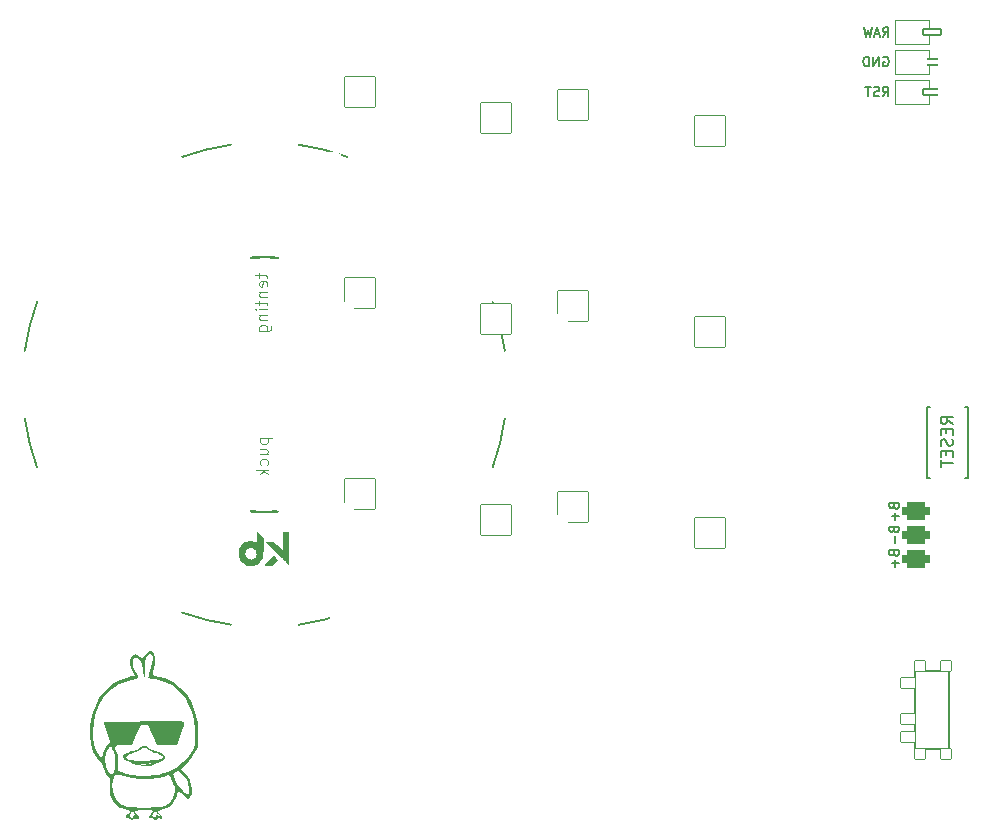
<source format=gbo>
%TF.GenerationSoftware,KiCad,Pcbnew,(6.0.4-0)*%
%TF.CreationDate,2022-06-13T07:49:06+02:00*%
%TF.ProjectId,konafa,6b6f6e61-6661-42e6-9b69-6361645f7063,v1.0.0*%
%TF.SameCoordinates,Original*%
%TF.FileFunction,Legend,Bot*%
%TF.FilePolarity,Positive*%
%FSLAX46Y46*%
G04 Gerber Fmt 4.6, Leading zero omitted, Abs format (unit mm)*
G04 Created by KiCad (PCBNEW (6.0.4-0)) date 2022-06-13 07:49:06*
%MOMM*%
%LPD*%
G01*
G04 APERTURE LIST*
G04 Aperture macros list*
%AMRoundRect*
0 Rectangle with rounded corners*
0 $1 Rounding radius*
0 $2 $3 $4 $5 $6 $7 $8 $9 X,Y pos of 4 corners*
0 Add a 4 corners polygon primitive as box body*
4,1,4,$2,$3,$4,$5,$6,$7,$8,$9,$2,$3,0*
0 Add four circle primitives for the rounded corners*
1,1,$1+$1,$2,$3*
1,1,$1+$1,$4,$5*
1,1,$1+$1,$6,$7*
1,1,$1+$1,$8,$9*
0 Add four rect primitives between the rounded corners*
20,1,$1+$1,$2,$3,$4,$5,0*
20,1,$1+$1,$4,$5,$6,$7,0*
20,1,$1+$1,$6,$7,$8,$9,0*
20,1,$1+$1,$8,$9,$2,$3,0*%
%AMFreePoly0*
4,1,16,0.535355,0.785355,0.550000,0.750000,0.550000,-0.750000,0.535355,-0.785355,0.500000,-0.800000,-0.500000,-0.800000,-0.535355,-0.785355,-0.541603,-0.777735,-1.041603,-0.027735,-1.049029,0.009806,-1.041603,0.027735,-0.541603,0.777735,-0.509806,0.799029,-0.500000,0.800000,0.500000,0.800000,0.535355,0.785355,0.535355,0.785355,$1*%
%AMFreePoly1*
4,1,16,0.685355,0.785355,0.700000,0.750000,0.691603,0.722265,0.210093,0.000000,0.691603,-0.722265,0.699029,-0.759806,0.677735,-0.791603,0.650000,-0.800000,-0.500000,-0.800000,-0.535355,-0.785355,-0.550000,-0.750000,-0.550000,0.750000,-0.535355,0.785355,-0.500000,0.800000,0.650000,0.800000,0.685355,0.785355,0.685355,0.785355,$1*%
G04 Aperture macros list end*
%ADD10C,0.150000*%
%ADD11C,0.100000*%
%ADD12C,0.120000*%
%ADD13C,0.200000*%
%ADD14C,0.010000*%
%ADD15RoundRect,0.375000X-0.750000X0.375000X-0.750000X-0.375000X0.750000X-0.375000X0.750000X0.375000X0*%
%ADD16C,1.752600*%
%ADD17C,3.529000*%
%ADD18C,1.801800*%
%ADD19C,3.100000*%
%ADD20RoundRect,0.050000X-1.300000X-1.300000X1.300000X-1.300000X1.300000X1.300000X-1.300000X1.300000X0*%
%ADD21C,2.132000*%
%ADD22C,2.100000*%
%ADD23RoundRect,0.050000X-1.054507X-1.505993X1.505993X-1.054507X1.054507X1.505993X-1.505993X1.054507X0*%
%ADD24RoundRect,0.050000X-1.181751X-1.408356X1.408356X-1.181751X1.181751X1.408356X-1.408356X1.181751X0*%
%ADD25RoundRect,0.050000X-0.625000X0.450000X-0.625000X-0.450000X0.625000X-0.450000X0.625000X0.450000X0*%
%ADD26C,1.100000*%
%ADD27RoundRect,0.050000X-0.450000X0.450000X-0.450000X-0.450000X0.450000X-0.450000X0.450000X0.450000X0*%
%ADD28RoundRect,0.050000X-1.692328X-0.718350X0.718350X-1.692328X1.692328X0.718350X-0.718350X1.692328X0*%
%ADD29RoundRect,0.425000X-0.750000X0.375000X-0.750000X-0.375000X0.750000X-0.375000X0.750000X0.375000X0*%
%ADD30RoundRect,0.050000X-0.863113X-1.623279X1.623279X-0.863113X0.863113X1.623279X-1.623279X0.863113X0*%
%ADD31RoundRect,0.050000X-1.448740X-1.131880X1.131880X-1.448740X1.448740X1.131880X-1.131880X1.448740X0*%
%ADD32C,1.852600*%
%ADD33FreePoly0,180.000000*%
%ADD34FreePoly1,180.000000*%
%ADD35RoundRect,0.050000X-0.762000X0.250000X-0.762000X-0.250000X0.762000X-0.250000X0.762000X0.250000X0*%
%ADD36C,4.500000*%
G04 APERTURE END LIST*
D10*
%TO.C,B1*%
X162359171Y83572634D02*
X161882981Y83905968D01*
X162359171Y84144063D02*
X161359171Y84144063D01*
X161359171Y83763111D01*
X161406791Y83667873D01*
X161454410Y83620254D01*
X161549648Y83572634D01*
X161692505Y83572634D01*
X161787743Y83620254D01*
X161835362Y83667873D01*
X161882981Y83763111D01*
X161882981Y84144063D01*
X161835362Y83144063D02*
X161835362Y82810730D01*
X162359171Y82667873D02*
X162359171Y83144063D01*
X161359171Y83144063D01*
X161359171Y82667873D01*
X162311552Y82286920D02*
X162359171Y82144063D01*
X162359171Y81905968D01*
X162311552Y81810730D01*
X162263933Y81763111D01*
X162168695Y81715492D01*
X162073457Y81715492D01*
X161978219Y81763111D01*
X161930600Y81810730D01*
X161882981Y81905968D01*
X161835362Y82096444D01*
X161787743Y82191682D01*
X161740124Y82239301D01*
X161644886Y82286920D01*
X161549648Y82286920D01*
X161454410Y82239301D01*
X161406791Y82191682D01*
X161359171Y82096444D01*
X161359171Y81858349D01*
X161406791Y81715492D01*
X161835362Y81286920D02*
X161835362Y80953587D01*
X162359171Y80810730D02*
X162359171Y81286920D01*
X161359171Y81286920D01*
X161359171Y80810730D01*
X161359171Y80525015D02*
X161359171Y79953587D01*
X162359171Y80239301D02*
X161359171Y80239301D01*
%TO.C,PAD1*%
X157382648Y74600349D02*
X157420743Y74486063D01*
X157458838Y74447968D01*
X157535029Y74409873D01*
X157649314Y74409873D01*
X157725505Y74447968D01*
X157763600Y74486063D01*
X157801695Y74562254D01*
X157801695Y74867015D01*
X157001695Y74867015D01*
X157001695Y74600349D01*
X157039791Y74524158D01*
X157077886Y74486063D01*
X157154076Y74447968D01*
X157230267Y74447968D01*
X157306457Y74486063D01*
X157344552Y74524158D01*
X157382648Y74600349D01*
X157382648Y74867015D01*
X157496933Y74067015D02*
X157496933Y73457492D01*
X157382648Y76600349D02*
X157420743Y76486063D01*
X157458838Y76447968D01*
X157535029Y76409873D01*
X157649314Y76409873D01*
X157725505Y76447968D01*
X157763600Y76486063D01*
X157801695Y76562254D01*
X157801695Y76867015D01*
X157001695Y76867015D01*
X157001695Y76600349D01*
X157039791Y76524158D01*
X157077886Y76486063D01*
X157154076Y76447968D01*
X157230267Y76447968D01*
X157306457Y76486063D01*
X157344552Y76524158D01*
X157382648Y76600349D01*
X157382648Y76867015D01*
X157496933Y76067015D02*
X157496933Y75457492D01*
X157801695Y75762254D02*
X157192171Y75762254D01*
X157382648Y72600349D02*
X157420743Y72486063D01*
X157458838Y72447968D01*
X157535029Y72409873D01*
X157649314Y72409873D01*
X157725505Y72447968D01*
X157763600Y72486063D01*
X157801695Y72562254D01*
X157801695Y72867015D01*
X157001695Y72867015D01*
X157001695Y72600349D01*
X157039791Y72524158D01*
X157077886Y72486063D01*
X157154076Y72447968D01*
X157230267Y72447968D01*
X157306457Y72486063D01*
X157344552Y72524158D01*
X157382648Y72600349D01*
X157382648Y72867015D01*
X157496933Y72067015D02*
X157496933Y71457492D01*
X157801695Y71762254D02*
X157192171Y71762254D01*
%TO.C,MCU1*%
X156481677Y114607313D02*
X156557868Y114645408D01*
X156672154Y114645408D01*
X156786439Y114607313D01*
X156862630Y114531122D01*
X156900725Y114454932D01*
X156938820Y114302551D01*
X156938820Y114188265D01*
X156900725Y114035884D01*
X156862630Y113959693D01*
X156786439Y113883503D01*
X156672154Y113845408D01*
X156595963Y113845408D01*
X156481677Y113883503D01*
X156443582Y113921598D01*
X156443582Y114188265D01*
X156595963Y114188265D01*
X156100725Y113845408D02*
X156100725Y114645408D01*
X155643582Y113845408D01*
X155643582Y114645408D01*
X155262630Y113845408D02*
X155262630Y114645408D01*
X155072154Y114645408D01*
X154957868Y114607313D01*
X154881677Y114531122D01*
X154843582Y114454932D01*
X154805487Y114302551D01*
X154805487Y114188265D01*
X154843582Y114035884D01*
X154881677Y113959693D01*
X154957868Y113883503D01*
X155072154Y113845408D01*
X155262630Y113845408D01*
X156424534Y111305408D02*
X156691200Y111686360D01*
X156881677Y111305408D02*
X156881677Y112105408D01*
X156576915Y112105408D01*
X156500724Y112067313D01*
X156462629Y112029217D01*
X156424534Y111953027D01*
X156424534Y111838741D01*
X156462629Y111762551D01*
X156500724Y111724455D01*
X156576915Y111686360D01*
X156881677Y111686360D01*
X156119772Y111343503D02*
X156005486Y111305408D01*
X155815010Y111305408D01*
X155738819Y111343503D01*
X155700724Y111381598D01*
X155662629Y111457789D01*
X155662629Y111533979D01*
X155700724Y111610170D01*
X155738819Y111648265D01*
X155815010Y111686360D01*
X155967391Y111724455D01*
X156043581Y111762551D01*
X156081677Y111800646D01*
X156119772Y111876836D01*
X156119772Y111953027D01*
X156081677Y112029217D01*
X156043581Y112067313D01*
X155967391Y112105408D01*
X155776915Y112105408D01*
X155662629Y112067313D01*
X155434058Y112105408D02*
X154976915Y112105408D01*
X155205486Y111305408D02*
X155205486Y112105408D01*
X156461797Y116342976D02*
X156728464Y116723928D01*
X156918940Y116342976D02*
X156918940Y117142976D01*
X156614178Y117142976D01*
X156537988Y117104881D01*
X156499893Y117066785D01*
X156461797Y116990595D01*
X156461797Y116876309D01*
X156499893Y116800119D01*
X156537988Y116762023D01*
X156614178Y116723928D01*
X156918940Y116723928D01*
X156157036Y116571547D02*
X155776083Y116571547D01*
X156233226Y116342976D02*
X155966559Y117142976D01*
X155699893Y116342976D01*
X155509417Y117142976D02*
X155318940Y116342976D01*
X155166559Y116914404D01*
X155014178Y116342976D01*
X154823702Y117142976D01*
D11*
%TO.C,REF\u002A\u002A*%
X103653505Y96315754D02*
X103653505Y95934801D01*
X103320171Y96172896D02*
X104177314Y96172896D01*
X104272552Y96125277D01*
X104320171Y96030039D01*
X104320171Y95934801D01*
X104272552Y95220515D02*
X104320171Y95315754D01*
X104320171Y95506230D01*
X104272552Y95601468D01*
X104177314Y95649087D01*
X103796362Y95649087D01*
X103701124Y95601468D01*
X103653505Y95506230D01*
X103653505Y95315754D01*
X103701124Y95220515D01*
X103796362Y95172896D01*
X103891600Y95172896D01*
X103986838Y95649087D01*
X103653505Y94744325D02*
X104320171Y94744325D01*
X103748743Y94744325D02*
X103701124Y94696706D01*
X103653505Y94601468D01*
X103653505Y94458611D01*
X103701124Y94363373D01*
X103796362Y94315754D01*
X104320171Y94315754D01*
X103653505Y93982420D02*
X103653505Y93601468D01*
X103320171Y93839563D02*
X104177314Y93839563D01*
X104272552Y93791944D01*
X104320171Y93696706D01*
X104320171Y93601468D01*
X104320171Y93268134D02*
X103653505Y93268134D01*
X103320171Y93268134D02*
X103367791Y93315754D01*
X103415410Y93268134D01*
X103367791Y93220515D01*
X103320171Y93268134D01*
X103415410Y93268134D01*
X103653505Y92791944D02*
X104320171Y92791944D01*
X103748743Y92791944D02*
X103701124Y92744325D01*
X103653505Y92649087D01*
X103653505Y92506230D01*
X103701124Y92410992D01*
X103796362Y92363373D01*
X104320171Y92363373D01*
X103653505Y91458611D02*
X104463029Y91458611D01*
X104558267Y91506230D01*
X104605886Y91553849D01*
X104653505Y91649087D01*
X104653505Y91791944D01*
X104605886Y91887182D01*
X104272552Y91458611D02*
X104320171Y91553849D01*
X104320171Y91744325D01*
X104272552Y91839563D01*
X104224933Y91887182D01*
X104129695Y91934801D01*
X103843981Y91934801D01*
X103748743Y91887182D01*
X103701124Y91839563D01*
X103653505Y91744325D01*
X103653505Y91553849D01*
X103701124Y91458611D01*
X103717005Y82361754D02*
X104717005Y82361754D01*
X103764624Y82361754D02*
X103717005Y82266515D01*
X103717005Y82076039D01*
X103764624Y81980801D01*
X103812243Y81933182D01*
X103907481Y81885563D01*
X104193195Y81885563D01*
X104288433Y81933182D01*
X104336052Y81980801D01*
X104383671Y82076039D01*
X104383671Y82266515D01*
X104336052Y82361754D01*
X103717005Y81028420D02*
X104383671Y81028420D01*
X103717005Y81456992D02*
X104240814Y81456992D01*
X104336052Y81409373D01*
X104383671Y81314134D01*
X104383671Y81171277D01*
X104336052Y81076039D01*
X104288433Y81028420D01*
X104336052Y80123658D02*
X104383671Y80218896D01*
X104383671Y80409373D01*
X104336052Y80504611D01*
X104288433Y80552230D01*
X104193195Y80599849D01*
X103907481Y80599849D01*
X103812243Y80552230D01*
X103764624Y80504611D01*
X103717005Y80409373D01*
X103717005Y80218896D01*
X103764624Y80123658D01*
X104383671Y79695087D02*
X103383671Y79695087D01*
X104002719Y79599849D02*
X104383671Y79314134D01*
X103717005Y79314134D02*
X104097957Y79695087D01*
D10*
%TO.C,B1*%
X163656791Y78993254D02*
X163406791Y78993254D01*
X163656791Y84993254D02*
X163656791Y78993254D01*
X160156791Y84993254D02*
X160406791Y84993254D01*
X160406791Y78993254D02*
X160156791Y78993254D01*
X160156791Y78993254D02*
X160156791Y84993254D01*
X163406791Y84993254D02*
X163656791Y84993254D01*
%TO.C,T2*%
X162029791Y59352254D02*
X162029791Y56052254D01*
X162029791Y59352254D02*
X162029791Y62652254D01*
X159179791Y62652254D02*
X159179791Y56052254D01*
X162029791Y62652254D02*
X159179791Y62652254D01*
X159179791Y56052254D02*
X162029791Y56052254D01*
X162029791Y57402254D02*
X162029791Y61302254D01*
D12*
%TO.C,MCU1*%
X157518690Y115739254D02*
X160318690Y115739254D01*
X157518690Y113199254D02*
X160318690Y113199254D01*
X157518690Y115199254D02*
X157518690Y113199254D01*
X160318690Y113199254D02*
X160318690Y113869254D01*
X160318690Y117069254D02*
X160318690Y117739254D01*
X160318690Y112659254D02*
X157518690Y112659254D01*
X160318690Y115199254D02*
X157518690Y115199254D01*
X157518690Y112659254D02*
X157518690Y110659254D01*
X160318690Y115739254D02*
X160318690Y116419254D01*
X157518690Y110659254D02*
X160318690Y110659254D01*
X160318690Y111994254D02*
X160318690Y112659254D01*
X157518690Y117739254D02*
X157518690Y115739254D01*
X160318690Y117739254D02*
X157518690Y117739254D01*
X160318690Y110659254D02*
X160318690Y111319254D01*
X160318690Y114519254D02*
X160318690Y115199254D01*
D13*
%TO.C,REF\u002A\u002A*%
X104121791Y76099253D02*
G75*
G03*
X105250176Y76158390I0J10794901D01*
G01*
X104040255Y97716195D02*
G75*
G03*
X102911870Y97657059I-6J-10794921D01*
G01*
X84835656Y93902298D02*
G75*
G03*
X83801791Y89751754I19286255J-7008074D01*
G01*
X105250176Y97630117D02*
G75*
G03*
X104121791Y97689254I-1128385J-10735763D01*
G01*
X102993406Y76158390D02*
G75*
G03*
X104121791Y76099254I1128379J10735785D01*
G01*
X111129840Y106180387D02*
G75*
G03*
X106979291Y107214254I-7008049J-19286133D01*
G01*
X123407925Y79886206D02*
G75*
G03*
X124441791Y84036754I-19286134J7008048D01*
G01*
X105168640Y97657059D02*
G75*
G03*
X104040255Y97716195I-1128379J-10735785D01*
G01*
X97113746Y67608119D02*
G75*
G03*
X101264291Y66574254I7008045J19286135D01*
G01*
X106979291Y66574254D02*
G75*
G03*
X111129836Y67608119I-2857506J20320019D01*
G01*
X83801790Y84036754D02*
G75*
G03*
X84835656Y79886208I20320001J2857500D01*
G01*
X101264291Y107214255D02*
G75*
G03*
X97113745Y106180389I2857500J-20320001D01*
G01*
X104040255Y76126195D02*
G75*
G03*
X105168640Y76185331I6J10794921D01*
G01*
X102911870Y76185331D02*
G75*
G03*
X104040255Y76126195I1128379J10735785D01*
G01*
X124441791Y89751754D02*
G75*
G03*
X123407925Y93902302I-20320000J-2857500D01*
G01*
X104121791Y97689254D02*
G75*
G03*
X102993406Y97630118I-6J-10794921D01*
G01*
G36*
X106121207Y71694839D02*
G01*
X106030363Y71787115D01*
X106016582Y71801111D01*
X105984721Y71833464D01*
X105938774Y71880118D01*
X105879958Y71939836D01*
X105809491Y72011381D01*
X105728592Y72093518D01*
X105638477Y72185011D01*
X105540365Y72284622D01*
X105435473Y72391115D01*
X105325019Y72503255D01*
X105210220Y72619804D01*
X105092295Y72739527D01*
X104245071Y73599664D01*
X104533439Y73602757D01*
X104821807Y73605851D01*
X105624753Y72803151D01*
X105624753Y74436709D01*
X106121207Y74436709D01*
X106121207Y71694839D01*
G37*
D14*
X106121207Y71694839D02*
X106030363Y71787115D01*
X106016582Y71801111D01*
X105984721Y71833464D01*
X105938774Y71880118D01*
X105879958Y71939836D01*
X105809491Y72011381D01*
X105728592Y72093518D01*
X105638477Y72185011D01*
X105540365Y72284622D01*
X105435473Y72391115D01*
X105325019Y72503255D01*
X105210220Y72619804D01*
X105092295Y72739527D01*
X104245071Y73599664D01*
X104533439Y73602757D01*
X104821807Y73605851D01*
X105624753Y72803151D01*
X105624753Y74436709D01*
X106121207Y74436709D01*
X106121207Y71694839D01*
G36*
X103917972Y72490831D02*
G01*
X103915359Y72462436D01*
X103906490Y72415986D01*
X103868937Y72288826D01*
X103813771Y72162963D01*
X103744079Y72044781D01*
X103662948Y71940661D01*
X103654554Y71931495D01*
X103546242Y71831169D01*
X103423822Y71747172D01*
X103290649Y71681193D01*
X103150081Y71634918D01*
X103005473Y71610037D01*
X102905227Y71605554D01*
X102756806Y71616953D01*
X102613387Y71649206D01*
X102477151Y71701229D01*
X102350276Y71771943D01*
X102234943Y71860265D01*
X102133330Y71965114D01*
X102047618Y72085407D01*
X101990363Y72192326D01*
X101937218Y72331562D01*
X101905862Y72476126D01*
X101899358Y72572490D01*
X102394597Y72572490D01*
X102394879Y72567200D01*
X102399197Y72511897D01*
X102406554Y72469605D01*
X102419199Y72430997D01*
X102439380Y72386751D01*
X102460868Y72348424D01*
X102502353Y72289630D01*
X102550410Y72234174D01*
X102599733Y72187980D01*
X102645019Y72156976D01*
X102661186Y72149200D01*
X102702091Y72131840D01*
X102745088Y72115754D01*
X102817915Y72096466D01*
X102921616Y72087945D01*
X103023157Y72100739D01*
X103119943Y72133871D01*
X103209375Y72186364D01*
X103288856Y72257241D01*
X103355790Y72345524D01*
X103384444Y72399669D01*
X103414876Y72493688D01*
X103425448Y72591237D01*
X103417142Y72689185D01*
X103390940Y72784398D01*
X103347827Y72873745D01*
X103288784Y72954091D01*
X103214794Y73022305D01*
X103126842Y73075254D01*
X103112839Y73081540D01*
X103014493Y73112165D01*
X102913141Y73122347D01*
X102812237Y73113027D01*
X102715238Y73085149D01*
X102625602Y73039653D01*
X102546785Y72977483D01*
X102482243Y72899579D01*
X102464473Y72871050D01*
X102420821Y72777627D01*
X102397965Y72679735D01*
X102394597Y72572490D01*
X101899358Y72572490D01*
X101895571Y72628604D01*
X101899132Y72718274D01*
X101921813Y72868553D01*
X101964565Y73010522D01*
X102026375Y73142507D01*
X102106233Y73262832D01*
X102203127Y73369821D01*
X102316047Y73461801D01*
X102443980Y73537094D01*
X102513831Y73569733D01*
X102588969Y73598950D01*
X102660621Y73618442D01*
X102737104Y73630379D01*
X102826739Y73636931D01*
X102844551Y73637599D01*
X102983752Y73631161D01*
X103114135Y73603485D01*
X103236351Y73554381D01*
X103351048Y73483659D01*
X103375182Y73466457D01*
X103400028Y73450114D01*
X103412459Y73443800D01*
X103413367Y73447830D01*
X103414816Y73471637D01*
X103416143Y73514760D01*
X103417312Y73574835D01*
X103418288Y73649497D01*
X103419038Y73736383D01*
X103419527Y73833128D01*
X103419719Y73937368D01*
X103419867Y74430936D01*
X103927571Y73920910D01*
X103927484Y73229196D01*
X103927481Y73217460D01*
X103927220Y73066986D01*
X103926556Y72929714D01*
X103925512Y72807058D01*
X103924109Y72700429D01*
X103922370Y72611240D01*
X103921786Y72591237D01*
X103920317Y72540903D01*
X103917972Y72490831D01*
G37*
X103917972Y72490831D02*
X103915359Y72462436D01*
X103906490Y72415986D01*
X103868937Y72288826D01*
X103813771Y72162963D01*
X103744079Y72044781D01*
X103662948Y71940661D01*
X103654554Y71931495D01*
X103546242Y71831169D01*
X103423822Y71747172D01*
X103290649Y71681193D01*
X103150081Y71634918D01*
X103005473Y71610037D01*
X102905227Y71605554D01*
X102756806Y71616953D01*
X102613387Y71649206D01*
X102477151Y71701229D01*
X102350276Y71771943D01*
X102234943Y71860265D01*
X102133330Y71965114D01*
X102047618Y72085407D01*
X101990363Y72192326D01*
X101937218Y72331562D01*
X101905862Y72476126D01*
X101899358Y72572490D01*
X102394597Y72572490D01*
X102394879Y72567200D01*
X102399197Y72511897D01*
X102406554Y72469605D01*
X102419199Y72430997D01*
X102439380Y72386751D01*
X102460868Y72348424D01*
X102502353Y72289630D01*
X102550410Y72234174D01*
X102599733Y72187980D01*
X102645019Y72156976D01*
X102661186Y72149200D01*
X102702091Y72131840D01*
X102745088Y72115754D01*
X102817915Y72096466D01*
X102921616Y72087945D01*
X103023157Y72100739D01*
X103119943Y72133871D01*
X103209375Y72186364D01*
X103288856Y72257241D01*
X103355790Y72345524D01*
X103384444Y72399669D01*
X103414876Y72493688D01*
X103425448Y72591237D01*
X103417142Y72689185D01*
X103390940Y72784398D01*
X103347827Y72873745D01*
X103288784Y72954091D01*
X103214794Y73022305D01*
X103126842Y73075254D01*
X103112839Y73081540D01*
X103014493Y73112165D01*
X102913141Y73122347D01*
X102812237Y73113027D01*
X102715238Y73085149D01*
X102625602Y73039653D01*
X102546785Y72977483D01*
X102482243Y72899579D01*
X102464473Y72871050D01*
X102420821Y72777627D01*
X102397965Y72679735D01*
X102394597Y72572490D01*
X101899358Y72572490D01*
X101895571Y72628604D01*
X101899132Y72718274D01*
X101921813Y72868553D01*
X101964565Y73010522D01*
X102026375Y73142507D01*
X102106233Y73262832D01*
X102203127Y73369821D01*
X102316047Y73461801D01*
X102443980Y73537094D01*
X102513831Y73569733D01*
X102588969Y73598950D01*
X102660621Y73618442D01*
X102737104Y73630379D01*
X102826739Y73636931D01*
X102844551Y73637599D01*
X102983752Y73631161D01*
X103114135Y73603485D01*
X103236351Y73554381D01*
X103351048Y73483659D01*
X103375182Y73466457D01*
X103400028Y73450114D01*
X103412459Y73443800D01*
X103413367Y73447830D01*
X103414816Y73471637D01*
X103416143Y73514760D01*
X103417312Y73574835D01*
X103418288Y73649497D01*
X103419038Y73736383D01*
X103419527Y73833128D01*
X103419719Y73937368D01*
X103419867Y74430936D01*
X103927571Y73920910D01*
X103927484Y73229196D01*
X103927481Y73217460D01*
X103927220Y73066986D01*
X103926556Y72929714D01*
X103925512Y72807058D01*
X103924109Y72700429D01*
X103922370Y72611240D01*
X103921786Y72591237D01*
X103920317Y72540903D01*
X103917972Y72490831D01*
G36*
X104827439Y72404526D02*
G01*
X104839668Y72394478D01*
X104865150Y72370858D01*
X104901297Y72336145D01*
X104945521Y72292820D01*
X104995234Y72243365D01*
X105156269Y72082021D01*
X105122387Y72044206D01*
X105119210Y72040714D01*
X105097342Y72017505D01*
X105062996Y71981759D01*
X105019180Y71936579D01*
X104968897Y71885066D01*
X104915155Y71830323D01*
X104741805Y71654254D01*
X104121791Y71654254D01*
X104150092Y71687889D01*
X104152385Y71690580D01*
X104173053Y71713809D01*
X104205811Y71749649D01*
X104248671Y71795994D01*
X104299643Y71850737D01*
X104356739Y71911772D01*
X104417969Y71976991D01*
X104481344Y72044289D01*
X104544877Y72111559D01*
X104606576Y72176694D01*
X104664455Y72237588D01*
X104716522Y72292134D01*
X104760791Y72338226D01*
X104795270Y72373757D01*
X104817973Y72396620D01*
X104826908Y72404709D01*
X104827439Y72404526D01*
G37*
X104827439Y72404526D02*
X104839668Y72394478D01*
X104865150Y72370858D01*
X104901297Y72336145D01*
X104945521Y72292820D01*
X104995234Y72243365D01*
X105156269Y72082021D01*
X105122387Y72044206D01*
X105119210Y72040714D01*
X105097342Y72017505D01*
X105062996Y71981759D01*
X105019180Y71936579D01*
X104968897Y71885066D01*
X104915155Y71830323D01*
X104741805Y71654254D01*
X104121791Y71654254D01*
X104150092Y71687889D01*
X104152385Y71690580D01*
X104173053Y71713809D01*
X104205811Y71749649D01*
X104248671Y71795994D01*
X104299643Y71850737D01*
X104356739Y71911772D01*
X104417969Y71976991D01*
X104481344Y72044289D01*
X104544877Y72111559D01*
X104606576Y72176694D01*
X104664455Y72237588D01*
X104716522Y72292134D01*
X104760791Y72338226D01*
X104795270Y72373757D01*
X104817973Y72396620D01*
X104826908Y72404709D01*
X104827439Y72404526D01*
%TO.C,G\u002A\u002A\u002A*%
G36*
X94630151Y54707570D02*
G01*
X94396858Y54643258D01*
X94146747Y54624050D01*
X93810667Y54635225D01*
X93526219Y54656367D01*
X93256312Y54699910D01*
X93120476Y54741218D01*
X93661943Y54741218D01*
X93712212Y54724332D01*
X93895333Y54717727D01*
X94019582Y54720197D01*
X94125956Y54733481D01*
X94085833Y54754419D01*
X93951551Y54768426D01*
X93704833Y54754419D01*
X93661943Y54741218D01*
X93120476Y54741218D01*
X92994058Y54779662D01*
X92876275Y54830486D01*
X94341597Y54830486D01*
X94342908Y54801584D01*
X94452722Y54786018D01*
X94535945Y54799576D01*
X94503875Y54837170D01*
X94454914Y54850698D01*
X94341597Y54830486D01*
X92876275Y54830486D01*
X92687996Y54911729D01*
X92286667Y55112217D01*
X92208282Y55183879D01*
X92132425Y55360900D01*
X92132991Y55368759D01*
X92339283Y55368759D01*
X92397983Y55253540D01*
X92625333Y55143946D01*
X92847118Y55090411D01*
X93223604Y55048327D01*
X93664575Y55034937D01*
X94131166Y55047895D01*
X94584513Y55084850D01*
X94985752Y55143456D01*
X95296017Y55221363D01*
X95476445Y55316223D01*
X95492870Y55337106D01*
X95467648Y55440963D01*
X95285368Y55554542D01*
X94955354Y55671486D01*
X94780003Y55729272D01*
X94492971Y55850367D01*
X94290142Y55968931D01*
X94063133Y56096450D01*
X93778078Y56113650D01*
X93516467Y55966671D01*
X93392165Y55880634D01*
X93135190Y55755590D01*
X92833677Y55645696D01*
X92725675Y55610865D01*
X92448694Y55488302D01*
X92339283Y55368759D01*
X92132991Y55368759D01*
X92140521Y55473243D01*
X92240681Y55587134D01*
X92471092Y55710227D01*
X92577253Y55755334D01*
X92833403Y55842614D01*
X93021004Y55878141D01*
X93048079Y55880318D01*
X93244595Y55951562D01*
X93456560Y56091667D01*
X93505819Y56131487D01*
X93779808Y56277658D01*
X94047205Y56267960D01*
X94345483Y56102867D01*
X94364727Y56089006D01*
X94645319Y55941058D01*
X94941455Y55852737D01*
X95061155Y55830092D01*
X95379092Y55717187D01*
X95594233Y55556210D01*
X95673333Y55369127D01*
X95669109Y55337106D01*
X95668339Y55331266D01*
X95588156Y55214183D01*
X95392697Y55076498D01*
X95059500Y54901081D01*
X94915777Y54831706D01*
X94841849Y54799576D01*
X94689770Y54733481D01*
X94630151Y54707570D01*
G37*
G36*
X97799442Y51985333D02*
G01*
X97620028Y51773667D01*
X97429847Y51994905D01*
X97238073Y52186204D01*
X97023991Y52353234D01*
X96808316Y52490324D01*
X96707046Y52111686D01*
X96629659Y51887333D01*
X96366231Y51462822D01*
X95994214Y51144981D01*
X95540861Y50960708D01*
X95290623Y50892245D01*
X95117737Y50798440D01*
X95105769Y50691711D01*
X95250000Y50565649D01*
X95352742Y50466672D01*
X95378027Y50400075D01*
X95419333Y50291283D01*
X95407101Y50168285D01*
X95337061Y50132079D01*
X95168231Y50205783D01*
X95044914Y50243962D01*
X94964787Y50163450D01*
X94913787Y50081950D01*
X94793044Y50046823D01*
X94691542Y50155644D01*
X94639140Y50215602D01*
X94482532Y50230436D01*
X94399061Y50222079D01*
X94322767Y50286006D01*
X94347863Y50399653D01*
X94516775Y50399653D01*
X94588529Y50406426D01*
X94675489Y50412391D01*
X94770055Y50308474D01*
X94782357Y50267625D01*
X94819397Y50234979D01*
X94870367Y50357285D01*
X94882796Y50393841D01*
X94950581Y50494172D01*
X95050721Y50451053D01*
X95122415Y50405425D01*
X95216964Y50400075D01*
X95205574Y50453346D01*
X95087918Y50542119D01*
X94978257Y50630734D01*
X94904649Y50781812D01*
X94890157Y50872713D01*
X94852119Y50800000D01*
X94777115Y50677619D01*
X94625970Y50516952D01*
X94578370Y50474588D01*
X94516775Y50399653D01*
X94347863Y50399653D01*
X94352613Y50421165D01*
X94488000Y50588333D01*
X94600721Y50708613D01*
X94657333Y50813122D01*
X94638058Y50829097D01*
X94491057Y50857605D01*
X94230892Y50877310D01*
X93895333Y50884667D01*
X93500743Y50875436D01*
X93243987Y50841712D01*
X93133063Y50776462D01*
X93156460Y50672668D01*
X93302667Y50523312D01*
X93412249Y50398914D01*
X93435969Y50339995D01*
X93472000Y50250496D01*
X93416192Y50147763D01*
X93289393Y50129312D01*
X93172536Y50212400D01*
X93114992Y50241809D01*
X93003905Y50148900D01*
X92993052Y50134460D01*
X92887871Y50046615D01*
X92783433Y50101500D01*
X92715286Y50151084D01*
X92523733Y50207333D01*
X92469490Y50213637D01*
X92380726Y50295190D01*
X92401931Y50411615D01*
X92582325Y50411615D01*
X92641196Y50409547D01*
X92727380Y50413538D01*
X92813434Y50308474D01*
X92825393Y50257281D01*
X92862678Y50220838D01*
X92937544Y50330334D01*
X92972231Y50386915D01*
X93058980Y50448307D01*
X93188640Y50375229D01*
X93250894Y50330200D01*
X93265299Y50339995D01*
X93165277Y50463896D01*
X93025462Y50647764D01*
X92939127Y50800000D01*
X92938865Y50800718D01*
X92900071Y50877530D01*
X92886018Y50789160D01*
X92832576Y50660603D01*
X92688833Y50509234D01*
X92669500Y50494616D01*
X92582325Y50411615D01*
X92401931Y50411615D01*
X92405276Y50429982D01*
X92540667Y50565649D01*
X92631006Y50631564D01*
X92701167Y50756732D01*
X92606699Y50856951D01*
X92350167Y50927352D01*
X92337828Y50929377D01*
X91861255Y51091629D01*
X91460784Y51391861D01*
X91171089Y51804285D01*
X91087814Y51998086D01*
X91023345Y52239840D01*
X90993408Y52536258D01*
X90988903Y52944280D01*
X90988860Y52981843D01*
X91209666Y52981843D01*
X91243855Y52458080D01*
X91403259Y51986486D01*
X91675834Y51597674D01*
X92049535Y51322256D01*
X92087740Y51303624D01*
X92276097Y51225150D01*
X92480546Y51170693D01*
X92739395Y51134516D01*
X93090955Y51110884D01*
X93573535Y51094059D01*
X94144697Y51085675D01*
X94763194Y51103676D01*
X95251581Y51160229D01*
X95630819Y51261432D01*
X95921870Y51413383D01*
X96145694Y51622178D01*
X96323254Y51893915D01*
X96424529Y52130475D01*
X96506471Y52510221D01*
X96495436Y52859890D01*
X96388576Y53125717D01*
X96373639Y53146821D01*
X96266099Y53356554D01*
X96176048Y53613628D01*
X96118673Y53792155D01*
X96046930Y53880658D01*
X95944947Y53858602D01*
X95924596Y53849158D01*
X95746335Y53789770D01*
X95464680Y53713483D01*
X95130784Y53634382D01*
X95065628Y53620603D01*
X94366584Y53533659D01*
X93602673Y53530520D01*
X92846225Y53608041D01*
X92169571Y53763080D01*
X91877909Y53846803D01*
X91618710Y53880246D01*
X91452449Y53816468D01*
X91344247Y53638916D01*
X91259226Y53331036D01*
X91209666Y52981843D01*
X90988860Y52981843D01*
X90988570Y53237704D01*
X90973264Y53515229D01*
X90937135Y53672581D01*
X90876186Y53737889D01*
X90832845Y53765392D01*
X90703348Y53921409D01*
X90570098Y54152370D01*
X90466010Y54396190D01*
X90424000Y54590787D01*
X90417492Y54631718D01*
X90326503Y54805426D01*
X90162447Y54996326D01*
X90006162Y55166417D01*
X90623034Y55166417D01*
X90677891Y54610457D01*
X90712798Y54490235D01*
X90833625Y54214049D01*
X90973471Y54018144D01*
X91171612Y53832000D01*
X91324621Y54065520D01*
X91331980Y54077211D01*
X91424587Y54337259D01*
X91472045Y54698011D01*
X91473874Y55100552D01*
X91429593Y55485965D01*
X91338723Y55795333D01*
X91324513Y55826852D01*
X91220312Y56070303D01*
X91146909Y56261000D01*
X91133108Y56298654D01*
X91086548Y56353984D01*
X91015508Y56294714D01*
X90892074Y56103603D01*
X90715494Y55709602D01*
X90623034Y55166417D01*
X90006162Y55166417D01*
X89931662Y55247498D01*
X89586687Y55808695D01*
X89368912Y56467274D01*
X89280310Y57211605D01*
X89291634Y57429453D01*
X89577333Y57429453D01*
X89591598Y56996053D01*
X89672256Y56449611D01*
X89836742Y55973902D01*
X90099358Y55516515D01*
X90311877Y55203765D01*
X90454579Y55717039D01*
X90512624Y55897483D01*
X90660243Y56225386D01*
X90822024Y56455054D01*
X91046766Y56679797D01*
X90767747Y57469373D01*
X90690937Y57692082D01*
X90594480Y57991971D01*
X90535123Y58204433D01*
X90523469Y58293691D01*
X90533327Y58296156D01*
X90669931Y58305891D01*
X90952109Y58317554D01*
X91361589Y58330639D01*
X91880102Y58344643D01*
X92489378Y58359060D01*
X93171145Y58373386D01*
X93907135Y58387118D01*
X94795177Y58401149D01*
X95579608Y58409805D01*
X96208620Y58411980D01*
X96689312Y58407606D01*
X97028786Y58396614D01*
X97234143Y58378938D01*
X97312483Y58354508D01*
X97307050Y58248229D01*
X97249196Y58017387D01*
X97148276Y57697411D01*
X97014266Y57322808D01*
X96659625Y56382404D01*
X95807568Y56406369D01*
X94955512Y56430333D01*
X94261764Y58123667D01*
X93601220Y58123667D01*
X93254393Y57277000D01*
X92907567Y56430333D01*
X92164569Y56405736D01*
X92121125Y56404380D01*
X91791435Y56396045D01*
X91586381Y56374134D01*
X91487795Y56308177D01*
X91477510Y56167705D01*
X91537359Y55922247D01*
X91649173Y55541333D01*
X91717659Y55233477D01*
X91720290Y55100552D01*
X91729460Y54637344D01*
X91676032Y54199020D01*
X92256516Y54013069D01*
X92381603Y53976360D01*
X92909152Y53870313D01*
X93513967Y53806463D01*
X94136441Y53787253D01*
X94716969Y53815128D01*
X95195943Y53892532D01*
X95246688Y53909326D01*
X96351494Y53909326D01*
X96390368Y53730301D01*
X96518490Y53441811D01*
X96708946Y53115634D01*
X96933603Y52799169D01*
X97164329Y52539817D01*
X97196620Y52510221D01*
X97369582Y52351693D01*
X97543381Y52209176D01*
X97635814Y52154667D01*
X97659990Y52167971D01*
X97696983Y52296558D01*
X97704551Y52522068D01*
X97685264Y52795410D01*
X97641694Y53067490D01*
X97576409Y53289213D01*
X97523846Y53397075D01*
X97350897Y53671777D01*
X97145022Y53932562D01*
X96977735Y54111678D01*
X96854785Y54204283D01*
X96744974Y54207257D01*
X96596613Y54140169D01*
X96584045Y54133534D01*
X96419054Y54015990D01*
X96351494Y53909326D01*
X95246688Y53909326D01*
X95885072Y54120600D01*
X96577636Y54472478D01*
X97178727Y54912535D01*
X97663451Y55422255D01*
X98006911Y55983122D01*
X98086050Y56163499D01*
X98172071Y56405438D01*
X98220933Y56648424D01*
X98242355Y56948489D01*
X98246059Y57361667D01*
X98233847Y57779333D01*
X98144551Y58506649D01*
X97955106Y59186223D01*
X97649351Y59886437D01*
X97444161Y60251778D01*
X96969924Y60864119D01*
X96392712Y61346115D01*
X95704860Y61703495D01*
X94898703Y61941985D01*
X94848022Y61952616D01*
X94556096Y62016566D01*
X94344460Y62067479D01*
X94255967Y62095145D01*
X94253630Y62102716D01*
X94279213Y62214187D01*
X94350757Y62407500D01*
X94426846Y62619207D01*
X94524172Y62978858D01*
X94595789Y63347712D01*
X94631429Y63669494D01*
X94620827Y63887926D01*
X94559249Y64018007D01*
X94397400Y64092667D01*
X94368545Y64090770D01*
X94202876Y63985839D01*
X94080976Y63726886D01*
X94005724Y63322946D01*
X93980000Y62783053D01*
X93973060Y62468386D01*
X93951015Y62210475D01*
X93920090Y62080986D01*
X93886732Y62089934D01*
X93857386Y62247336D01*
X93838501Y62563209D01*
X93811962Y62865990D01*
X93708895Y63278090D01*
X93543192Y63593086D01*
X93329296Y63776561D01*
X93236143Y63809953D01*
X93059528Y63789447D01*
X92955656Y63620138D01*
X92921667Y63298676D01*
X92969683Y62962479D01*
X93147334Y62640621D01*
X93284157Y62452524D01*
X93395912Y62237979D01*
X93371634Y62097781D01*
X93200337Y62003552D01*
X92871037Y61926916D01*
X92514894Y61842944D01*
X91790956Y61553262D01*
X91153053Y61128956D01*
X90610423Y60582637D01*
X90172300Y59926916D01*
X89847920Y59174405D01*
X89646519Y58337713D01*
X89577333Y57429453D01*
X89291634Y57429453D01*
X89322854Y58030057D01*
X89498516Y58910998D01*
X89714637Y59564422D01*
X90100594Y60336015D01*
X90591518Y60989912D01*
X91178665Y61516989D01*
X91853291Y61908122D01*
X92606652Y62154187D01*
X92820479Y62201611D01*
X93026705Y62250687D01*
X93116352Y62276777D01*
X93113828Y62297299D01*
X93049179Y62420230D01*
X92925852Y62612889D01*
X92787409Y62875491D01*
X92704290Y63251560D01*
X92747669Y63602480D01*
X92917818Y63884849D01*
X93037321Y63996981D01*
X93184764Y64076560D01*
X93334198Y64037237D01*
X93544308Y63878407D01*
X93798941Y63664147D01*
X93910637Y63896498D01*
X94042017Y64082620D01*
X94249381Y64256116D01*
X94383944Y64323239D01*
X94511315Y64328022D01*
X94651548Y64224903D01*
X94749675Y64085694D01*
X94821521Y63771329D01*
X94805796Y63344949D01*
X94701780Y62826604D01*
X94654589Y62630014D01*
X94618996Y62419930D01*
X94623079Y62320699D01*
X94692549Y62291120D01*
X94889183Y62236755D01*
X95159750Y62176064D01*
X95646798Y62044555D01*
X96358391Y61718224D01*
X96980856Y61258241D01*
X97507025Y60675014D01*
X97929730Y59978953D01*
X98241804Y59180466D01*
X98436078Y58289961D01*
X98502260Y57361667D01*
X98505384Y57317846D01*
X98505914Y57062525D01*
X98499961Y56708150D01*
X98478003Y56449785D01*
X98431675Y56240285D01*
X98352614Y56032507D01*
X98232459Y55779309D01*
X97973312Y55341863D01*
X97496756Y54796888D01*
X97038261Y54377850D01*
X97294885Y54134092D01*
X97535219Y53850123D01*
X97752833Y53458525D01*
X97897385Y53036541D01*
X97959553Y52623879D01*
X97951282Y52522068D01*
X97930013Y52260241D01*
X97799442Y51985333D01*
G37*
%TD*%
D15*
%TO.C,PAD1*%
X159239791Y76162254D03*
X159239791Y74162254D03*
X159239791Y72162254D03*
%TD*%
D16*
%TO.C,MCU1*%
X161977213Y88799254D03*
X161977213Y91339254D03*
X161977213Y93879254D03*
X161977213Y96419254D03*
X161977213Y98959254D03*
X161977213Y101499254D03*
X161977213Y104039254D03*
X161977213Y106579254D03*
X161977213Y109119254D03*
X146737213Y88799254D03*
X146737213Y91339254D03*
X146737213Y93879254D03*
X146737213Y96419254D03*
X146737213Y98959254D03*
X146737213Y101499254D03*
X146737213Y104039254D03*
X146737213Y106579254D03*
X146737213Y109119254D03*
X146737213Y114199254D03*
X161977213Y116739254D03*
X146737213Y116823000D03*
X146737213Y111659254D03*
X161977213Y111659254D03*
X161977213Y114199254D03*
%TD*%
%LPC*%
D17*
%TO.C,S23*%
X133513229Y104608987D03*
D18*
X139013229Y104608987D03*
D19*
X133513229Y110558987D03*
X133513229Y110558987D03*
X128513229Y108358987D03*
X138513229Y108358987D03*
D18*
X128013229Y104608987D03*
D20*
X130238229Y110558987D03*
X141788229Y108358987D03*
%TD*%
D18*
%TO.C,S24*%
X128013229Y104608987D03*
X139013229Y104608987D03*
D17*
X133513229Y104608987D03*
D21*
X128513229Y100808987D03*
X138513229Y100808987D03*
X133513229Y98708987D03*
X133513229Y98708987D03*
%TD*%
D22*
%TO.C,B1*%
X161906791Y85243254D03*
X161906791Y78743254D03*
%TD*%
D19*
%TO.C,S11*%
X75659968Y109306337D03*
X70353903Y110604673D03*
X70353903Y110604673D03*
D18*
X65970667Y103790002D03*
D19*
X65811891Y107569855D03*
D17*
X71387110Y104745067D03*
D18*
X76803553Y105700132D03*
D23*
X67128658Y110035975D03*
X78885213Y109875035D03*
%TD*%
D18*
%TO.C,S34*%
X155058825Y43492509D03*
D17*
X149959314Y45552845D03*
D18*
X144859803Y47613181D03*
D21*
X143899890Y43902579D03*
X153171728Y40156513D03*
X147749135Y40082460D03*
X147749135Y40082460D03*
%TD*%
D17*
%TO.C,S15*%
X94221643Y97114167D03*
D18*
X99700714Y97593524D03*
D19*
X98875782Y101285676D03*
X93703066Y103041525D03*
X93703066Y103041525D03*
X88913835Y100414118D03*
D18*
X88742572Y96634810D03*
D24*
X90440529Y102756090D03*
X102138320Y101571111D03*
%TD*%
D20*
%TO.C,S21*%
X123699791Y92462254D03*
X112149791Y94662254D03*
D17*
X115424791Y88712254D03*
D19*
X110424791Y92462254D03*
D18*
X120924791Y88712254D03*
D19*
X120424791Y92462254D03*
X115424791Y94662254D03*
D18*
X109924791Y88712254D03*
D19*
X115424791Y94662254D03*
%TD*%
D18*
%TO.C,S8*%
X71874705Y70306538D03*
X82707591Y72216668D03*
D17*
X77291148Y71261603D03*
D21*
X73026972Y66651093D03*
X82875050Y68387574D03*
X78315672Y65451237D03*
X78315672Y65451237D03*
%TD*%
D25*
%TO.C,T2*%
X158604791Y57102254D03*
X158604791Y58602254D03*
X158604791Y61602254D03*
D26*
X160679791Y57852254D03*
X160679791Y60852254D03*
D27*
X159579791Y63052254D03*
X159579791Y55652254D03*
X161779791Y63052254D03*
X161779791Y55652254D03*
%TD*%
D17*
%TO.C,S14*%
X95703291Y80178857D03*
D18*
X101182362Y80658214D03*
X90224220Y79699500D03*
D21*
X91053509Y75957538D03*
X101015456Y76829096D03*
X96217510Y74301308D03*
X96217510Y74301308D03*
%TD*%
D17*
%TO.C,S20*%
X115424791Y71712254D03*
D18*
X109924791Y71712254D03*
X120924791Y71712254D03*
D21*
X120424791Y67912254D03*
X110424791Y67912254D03*
X115424791Y65812254D03*
X115424791Y65812254D03*
%TD*%
%TO.C,S28*%
X133505791Y64711491D03*
X133505791Y64711491D03*
X138505791Y66811491D03*
X128505791Y66811491D03*
D17*
X133505791Y70611491D03*
D18*
X139005791Y70611491D03*
X128005791Y70611491D03*
%TD*%
D20*
%TO.C,S29*%
X141780791Y91361491D03*
X130230791Y93561491D03*
D18*
X128005791Y87611491D03*
D19*
X128505791Y91361491D03*
X138505791Y91361491D03*
D17*
X133505791Y87611491D03*
D18*
X139005791Y87611491D03*
D19*
X133505791Y93561491D03*
X133505791Y93561491D03*
%TD*%
D17*
%TO.C,S33*%
X149959314Y45552845D03*
D19*
X152188223Y51069589D03*
X146728169Y50902817D03*
D18*
X144859803Y47613181D03*
D19*
X152188223Y51069589D03*
X156000008Y47156751D03*
D18*
X155058825Y43492509D03*
D28*
X149151696Y52296426D03*
X159036535Y45929915D03*
%TD*%
D19*
%TO.C,S7*%
X71715929Y74086391D03*
X81564006Y75822873D03*
X76257941Y77121209D03*
D18*
X71874705Y70306538D03*
D19*
X76257941Y77121209D03*
D18*
X82707591Y72216668D03*
D17*
X77291148Y71261603D03*
D23*
X73032696Y76552511D03*
X84789251Y76391571D03*
%TD*%
D29*
%TO.C,PAD1*%
X159239791Y76162254D03*
X159239791Y74162254D03*
X159239791Y72162254D03*
%TD*%
D17*
%TO.C,S5*%
X52842259Y82729963D03*
D18*
X58101935Y84338007D03*
D19*
X51102647Y88419976D03*
X51102647Y88419976D03*
D18*
X47582583Y81121919D03*
D19*
X46964341Y84854247D03*
X56527389Y87777964D03*
D30*
X47970749Y87462459D03*
X59659287Y88735482D03*
%TD*%
D20*
%TO.C,S27*%
X141780791Y74361491D03*
X130230791Y76561491D03*
D18*
X128005791Y70611491D03*
D19*
X133505791Y76561491D03*
X133505791Y76561491D03*
X138505791Y74361491D03*
D17*
X133505791Y70611491D03*
D18*
X139005791Y70611491D03*
D19*
X128505791Y74361491D03*
%TD*%
%TO.C,S9*%
X68763910Y90828123D03*
D17*
X74339129Y88003335D03*
D19*
X73305922Y93862941D03*
X78611987Y92564605D03*
D18*
X68922686Y87048270D03*
D19*
X73305922Y93862941D03*
D18*
X79755572Y88958400D03*
D23*
X70080677Y93294243D03*
X81837232Y93133303D03*
%TD*%
D18*
%TO.C,S16*%
X99700714Y97593524D03*
D17*
X94221643Y97114167D03*
D18*
X88742572Y96634810D03*
D21*
X99533808Y93764406D03*
X89571861Y92892848D03*
X94735862Y91236618D03*
X94735862Y91236618D03*
%TD*%
%TO.C,S30*%
X133505791Y81711491D03*
X133505791Y81711491D03*
X128505791Y83811491D03*
X138505791Y83811491D03*
D17*
X133505791Y87611491D03*
D18*
X128005791Y87611491D03*
X139005791Y87611491D03*
%TD*%
%TO.C,S13*%
X90224220Y79699500D03*
X101182362Y80658214D03*
D17*
X95703291Y80178857D03*
D19*
X95184714Y86106215D03*
X100357430Y84350366D03*
X95184714Y86106215D03*
X90395483Y83478808D03*
D24*
X91922177Y85820780D03*
X103619968Y84635801D03*
%TD*%
D18*
%TO.C,S24*%
X109924791Y105712254D03*
X120924791Y105712254D03*
D17*
X115424791Y105712254D03*
D21*
X110424791Y101912254D03*
X120424791Y101912254D03*
X115424791Y99812254D03*
X115424791Y99812254D03*
%TD*%
D18*
%TO.C,S17*%
X87260925Y113570120D03*
D17*
X92739996Y114049477D03*
D18*
X98219067Y114528834D03*
D19*
X87432188Y117349428D03*
X97394135Y118220986D03*
X92221419Y119976835D03*
X92221419Y119976835D03*
D24*
X88958882Y119691400D03*
X100656673Y118506421D03*
%TD*%
D18*
%TO.C,S4*%
X52552902Y64864738D03*
X63072254Y68080826D03*
D17*
X57812578Y66472782D03*
D21*
X54142067Y61376965D03*
X63705114Y64300682D03*
X59537571Y60830584D03*
X59537571Y60830584D03*
%TD*%
D18*
%TO.C,S10*%
X79755572Y88958400D03*
X68922686Y87048270D03*
D17*
X74339129Y88003335D03*
D21*
X70074953Y83392825D03*
X79923031Y85129306D03*
X75363653Y82192969D03*
X75363653Y82192969D03*
%TD*%
D18*
%TO.C,S22*%
X109924791Y88712254D03*
X120924791Y88712254D03*
D17*
X115424791Y88712254D03*
D21*
X110424791Y84912254D03*
X120424791Y84912254D03*
X115424791Y82812254D03*
X115424791Y82812254D03*
%TD*%
D17*
%TO.C,S31*%
X130533477Y50576709D03*
D18*
X125074473Y51246990D03*
D19*
X131258600Y56482359D03*
X135953218Y53689410D03*
X131258600Y56482359D03*
X126027756Y54908104D03*
D18*
X135992481Y49906428D03*
D31*
X128008011Y56881481D03*
X139203806Y53290288D03*
%TD*%
D32*
%TO.C,MCU1*%
X161977213Y88799254D03*
X161977213Y91339254D03*
X161977213Y93879254D03*
X161977213Y96419254D03*
X161977213Y98959254D03*
X161977213Y101499254D03*
X161977213Y104039254D03*
X161977213Y106579254D03*
X161977213Y109119254D03*
X146737213Y88799254D03*
X146737213Y91339254D03*
X146737213Y93879254D03*
X146737213Y96419254D03*
X146737213Y98959254D03*
X146737213Y101499254D03*
X146737213Y104039254D03*
X146737213Y106579254D03*
X146737213Y109119254D03*
D33*
X158193690Y111659254D03*
X158193690Y114199254D03*
X158193690Y116739254D03*
D32*
X146737213Y114199254D03*
X161977213Y116739254D03*
X146737213Y116823000D03*
D34*
X159643690Y116739254D03*
X159643690Y111659254D03*
D35*
X160593690Y111659254D03*
X160593690Y114199254D03*
D32*
X146737213Y111659254D03*
D35*
X160593690Y116739254D03*
D32*
X161977213Y111659254D03*
D34*
X159643690Y114199254D03*
D32*
X161977213Y114199254D03*
%TD*%
D18*
%TO.C,S3*%
X52552902Y64864738D03*
D19*
X51934660Y68597066D03*
D17*
X57812578Y66472782D03*
D19*
X61497708Y71520783D03*
X56072966Y72162795D03*
X56072966Y72162795D03*
D18*
X63072254Y68080826D03*
D30*
X52941068Y71205278D03*
X64629606Y72478301D03*
%TD*%
D18*
%TO.C,S32*%
X135992481Y49906428D03*
D17*
X130533477Y50576709D03*
D18*
X125074473Y51246990D03*
D21*
X135033104Y46195687D03*
X125107643Y47414380D03*
X129814448Y44720687D03*
X129814448Y44720687D03*
%TD*%
D36*
%TO.C,REF\u002A\u002A*%
X85071791Y86894254D03*
X104121791Y67844254D03*
X104121791Y105944254D03*
%TD*%
D17*
%TO.C,S12*%
X71387110Y104745067D03*
D18*
X65970667Y103790002D03*
X76803553Y105700132D03*
D21*
X76971012Y101871038D03*
X67122934Y100134557D03*
X72411634Y98934701D03*
X72411634Y98934701D03*
%TD*%
D17*
%TO.C,S23*%
X115424791Y105712254D03*
D18*
X120924791Y105712254D03*
D19*
X115424791Y111662254D03*
X115424791Y111662254D03*
X110424791Y109462254D03*
X120424791Y109462254D03*
D18*
X109924791Y105712254D03*
D20*
X112149791Y111662254D03*
X123699791Y109462254D03*
%TD*%
D18*
%TO.C,S6*%
X47582583Y81121919D03*
X58101935Y84338007D03*
D17*
X52842259Y82729963D03*
D21*
X49171748Y77634146D03*
X58734795Y80557863D03*
X54567252Y77087765D03*
X54567252Y77087765D03*
%TD*%
D20*
%TO.C,S19*%
X123699791Y75462254D03*
X112149791Y77662254D03*
D19*
X115424791Y77662254D03*
X120424791Y75462254D03*
D18*
X109924791Y71712254D03*
X120924791Y71712254D03*
D19*
X110424791Y75462254D03*
X115424791Y77662254D03*
D17*
X115424791Y71712254D03*
%TD*%
D18*
%TO.C,S18*%
X98219067Y114528834D03*
D17*
X92739996Y114049477D03*
D18*
X87260925Y113570120D03*
D21*
X88090214Y109828158D03*
X98052161Y110699716D03*
X93254215Y108171928D03*
X93254215Y108171928D03*
%TD*%
M02*

</source>
